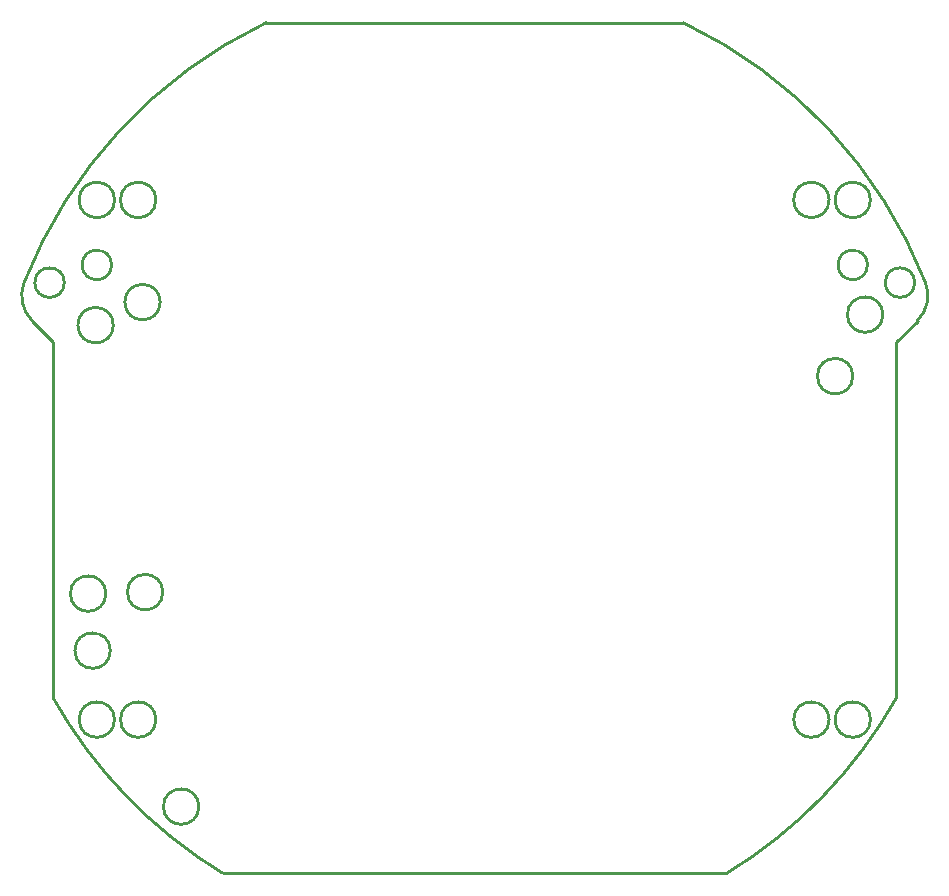
<source format=gko>
G04*
G04 #@! TF.GenerationSoftware,Altium Limited,Altium Designer,22.0.2 (36)*
G04*
G04 Layer_Color=16711935*
%FSTAX25Y25*%
%MOIN*%
G70*
G04*
G04 #@! TF.SameCoordinates,0D831988-8BE3-4B2D-80CC-02C8544F8A67*
G04*
G04*
G04 #@! TF.FilePolarity,Positive*
G04*
G01*
G75*
%ADD11C,0.01000*%
D11*
X0039906Y-00605D02*
G03*
X0039906Y-00605I-0005906J0D01*
G01*
X0027905Y0011D02*
G03*
X0027905Y0011I-0005906J0D01*
G01*
X0010406Y-00085D02*
G03*
X0010406Y-00085I-0005906J0D01*
G01*
X0008906Y00105D02*
G03*
X0008906Y00105I-0005906J0D01*
G01*
X0027031Y0107677D02*
G03*
X0027031Y0107677I-0005906J0D01*
G01*
X0011406Y01D02*
G03*
X0011406Y01I-0005906J0D01*
G01*
X0267905Y01035D02*
G03*
X0267905Y01035I-0005906J0D01*
G01*
X0257906Y0083D02*
G03*
X0257906Y0083I-0005906J0D01*
G01*
X0010827Y0120079D02*
G03*
X0010827Y0120079I-0004921J0D01*
G01*
X0Y0141732D02*
G03*
X0011811Y0141732I0005906J0D01*
G01*
X0025591D02*
G03*
X0025591Y0141732I-0005906J0D01*
G01*
X0011811D02*
G03*
X0Y0141732I-0005906J0D01*
G01*
X0062348Y0200787D02*
G03*
X-001833Y0114191I0069541J-0145669D01*
G01*
X025Y0141732D02*
G03*
X025Y0141732I-0005906J0D01*
G01*
X0251969D02*
G03*
X0263779Y0141732I0005906J0D01*
G01*
X0262795Y0120079D02*
G03*
X0262795Y0120079I-0004921J0D01*
G01*
X0268701Y0114173D02*
G03*
X0278543Y0114173I0004921J0D01*
G01*
D02*
G03*
X0268701Y0114173I-0004921J0D01*
G01*
X0263779Y0141732D02*
G03*
X0251969Y0141732I-0005906J0D01*
G01*
X-0014764Y0114173D02*
G03*
X-0004921Y0114173I0004921J0D01*
G01*
D02*
G03*
X-0014764Y0114173I-0004921J0D01*
G01*
X0011811Y-0031496D02*
G03*
X0Y-0031496I-0005906J0D01*
G01*
X0025591D02*
G03*
X0025591Y-0031496I-0005906J0D01*
G01*
X0D02*
G03*
X0011811Y-0031496I0005906J0D01*
G01*
X-0008661Y-002426D02*
G03*
X0047818Y-0082677I0140551J0079378D01*
G01*
X0263779Y-0031496D02*
G03*
X0251969Y-0031496I-0005906J0D01*
G01*
X025D02*
G03*
X025Y-0031496I-0005906J0D01*
G01*
X0251969D02*
G03*
X0263779Y-0031496I0005906J0D01*
G01*
X0282109Y0114191D02*
G03*
X0201431Y0200787I-015022J-0059073D01*
G01*
X-001833Y0114191D02*
G03*
X-001569Y0101517I0010992J-0004322D01*
G01*
X0215961Y-0082677D02*
G03*
X0272441Y-002426I-0084071J0137795D01*
G01*
X0279469Y0101517D02*
G03*
X0282109Y0114191I-0008352J0008352D01*
G01*
X0062348Y0200787D02*
X0201431D01*
X-0008661Y-002426D02*
Y0094489D01*
X0047818Y-0082677D02*
X0215961D01*
X0272441Y-002426D02*
Y0094489D01*
X-001569Y0101517D02*
X-0008661Y0094489D01*
X0272441D02*
X0279469Y0101517D01*
M02*

</source>
